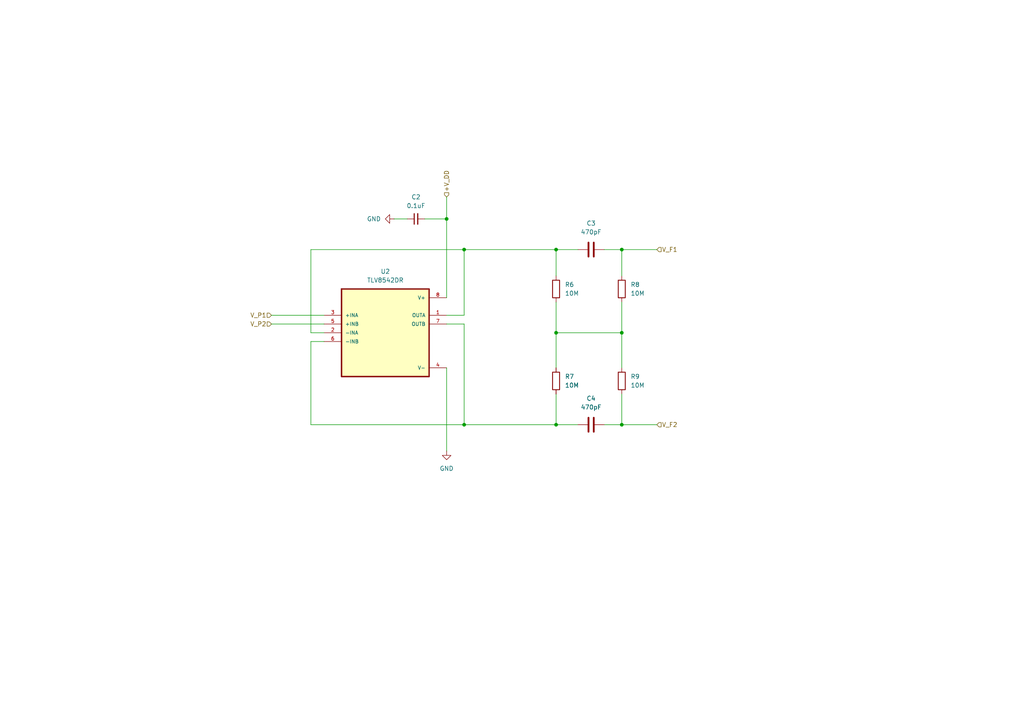
<source format=kicad_sch>
(kicad_sch
	(version 20231120)
	(generator "eeschema")
	(generator_version "8.0")
	(uuid "74b50dec-5774-4f47-b8ec-95e7576ba931")
	(paper "A4")
	(lib_symbols
		(symbol "Device:C"
			(pin_numbers hide)
			(pin_names
				(offset 0.254)
			)
			(exclude_from_sim no)
			(in_bom yes)
			(on_board yes)
			(property "Reference" "C"
				(at 0.635 2.54 0)
				(effects
					(font
						(size 1.27 1.27)
					)
					(justify left)
				)
			)
			(property "Value" "C"
				(at 0.635 -2.54 0)
				(effects
					(font
						(size 1.27 1.27)
					)
					(justify left)
				)
			)
			(property "Footprint" ""
				(at 0.9652 -3.81 0)
				(effects
					(font
						(size 1.27 1.27)
					)
					(hide yes)
				)
			)
			(property "Datasheet" "~"
				(at 0 0 0)
				(effects
					(font
						(size 1.27 1.27)
					)
					(hide yes)
				)
			)
			(property "Description" "Unpolarized capacitor"
				(at 0 0 0)
				(effects
					(font
						(size 1.27 1.27)
					)
					(hide yes)
				)
			)
			(property "ki_keywords" "cap capacitor"
				(at 0 0 0)
				(effects
					(font
						(size 1.27 1.27)
					)
					(hide yes)
				)
			)
			(property "ki_fp_filters" "C_*"
				(at 0 0 0)
				(effects
					(font
						(size 1.27 1.27)
					)
					(hide yes)
				)
			)
			(symbol "C_0_1"
				(polyline
					(pts
						(xy -2.032 -0.762) (xy 2.032 -0.762)
					)
					(stroke
						(width 0.508)
						(type default)
					)
					(fill
						(type none)
					)
				)
				(polyline
					(pts
						(xy -2.032 0.762) (xy 2.032 0.762)
					)
					(stroke
						(width 0.508)
						(type default)
					)
					(fill
						(type none)
					)
				)
			)
			(symbol "C_1_1"
				(pin passive line
					(at 0 3.81 270)
					(length 2.794)
					(name "~"
						(effects
							(font
								(size 1.27 1.27)
							)
						)
					)
					(number "1"
						(effects
							(font
								(size 1.27 1.27)
							)
						)
					)
				)
				(pin passive line
					(at 0 -3.81 90)
					(length 2.794)
					(name "~"
						(effects
							(font
								(size 1.27 1.27)
							)
						)
					)
					(number "2"
						(effects
							(font
								(size 1.27 1.27)
							)
						)
					)
				)
			)
		)
		(symbol "Device:C_Small"
			(pin_numbers hide)
			(pin_names
				(offset 0.254) hide)
			(exclude_from_sim no)
			(in_bom yes)
			(on_board yes)
			(property "Reference" "C"
				(at 0.254 1.778 0)
				(effects
					(font
						(size 1.27 1.27)
					)
					(justify left)
				)
			)
			(property "Value" "C_Small"
				(at 0.254 -2.032 0)
				(effects
					(font
						(size 1.27 1.27)
					)
					(justify left)
				)
			)
			(property "Footprint" ""
				(at 0 0 0)
				(effects
					(font
						(size 1.27 1.27)
					)
					(hide yes)
				)
			)
			(property "Datasheet" "~"
				(at 0 0 0)
				(effects
					(font
						(size 1.27 1.27)
					)
					(hide yes)
				)
			)
			(property "Description" "Unpolarized capacitor, small symbol"
				(at 0 0 0)
				(effects
					(font
						(size 1.27 1.27)
					)
					(hide yes)
				)
			)
			(property "ki_keywords" "capacitor cap"
				(at 0 0 0)
				(effects
					(font
						(size 1.27 1.27)
					)
					(hide yes)
				)
			)
			(property "ki_fp_filters" "C_*"
				(at 0 0 0)
				(effects
					(font
						(size 1.27 1.27)
					)
					(hide yes)
				)
			)
			(symbol "C_Small_0_1"
				(polyline
					(pts
						(xy -1.524 -0.508) (xy 1.524 -0.508)
					)
					(stroke
						(width 0.3302)
						(type default)
					)
					(fill
						(type none)
					)
				)
				(polyline
					(pts
						(xy -1.524 0.508) (xy 1.524 0.508)
					)
					(stroke
						(width 0.3048)
						(type default)
					)
					(fill
						(type none)
					)
				)
			)
			(symbol "C_Small_1_1"
				(pin passive line
					(at 0 2.54 270)
					(length 2.032)
					(name "~"
						(effects
							(font
								(size 1.27 1.27)
							)
						)
					)
					(number "1"
						(effects
							(font
								(size 1.27 1.27)
							)
						)
					)
				)
				(pin passive line
					(at 0 -2.54 90)
					(length 2.032)
					(name "~"
						(effects
							(font
								(size 1.27 1.27)
							)
						)
					)
					(number "2"
						(effects
							(font
								(size 1.27 1.27)
							)
						)
					)
				)
			)
		)
		(symbol "Device:R"
			(pin_numbers hide)
			(pin_names
				(offset 0)
			)
			(exclude_from_sim no)
			(in_bom yes)
			(on_board yes)
			(property "Reference" "R"
				(at 2.032 0 90)
				(effects
					(font
						(size 1.27 1.27)
					)
				)
			)
			(property "Value" "R"
				(at 0 0 90)
				(effects
					(font
						(size 1.27 1.27)
					)
				)
			)
			(property "Footprint" ""
				(at -1.778 0 90)
				(effects
					(font
						(size 1.27 1.27)
					)
					(hide yes)
				)
			)
			(property "Datasheet" "~"
				(at 0 0 0)
				(effects
					(font
						(size 1.27 1.27)
					)
					(hide yes)
				)
			)
			(property "Description" "Resistor"
				(at 0 0 0)
				(effects
					(font
						(size 1.27 1.27)
					)
					(hide yes)
				)
			)
			(property "ki_keywords" "R res resistor"
				(at 0 0 0)
				(effects
					(font
						(size 1.27 1.27)
					)
					(hide yes)
				)
			)
			(property "ki_fp_filters" "R_*"
				(at 0 0 0)
				(effects
					(font
						(size 1.27 1.27)
					)
					(hide yes)
				)
			)
			(symbol "R_0_1"
				(rectangle
					(start -1.016 -2.54)
					(end 1.016 2.54)
					(stroke
						(width 0.254)
						(type default)
					)
					(fill
						(type none)
					)
				)
			)
			(symbol "R_1_1"
				(pin passive line
					(at 0 3.81 270)
					(length 1.27)
					(name "~"
						(effects
							(font
								(size 1.27 1.27)
							)
						)
					)
					(number "1"
						(effects
							(font
								(size 1.27 1.27)
							)
						)
					)
				)
				(pin passive line
					(at 0 -3.81 90)
					(length 1.27)
					(name "~"
						(effects
							(font
								(size 1.27 1.27)
							)
						)
					)
					(number "2"
						(effects
							(font
								(size 1.27 1.27)
							)
						)
					)
				)
			)
		)
		(symbol "TLV8542DR_1"
			(pin_names
				(offset 1.016)
			)
			(exclude_from_sim no)
			(in_bom yes)
			(on_board yes)
			(property "Reference" "U"
				(at -12.7 13.7 0)
				(effects
					(font
						(size 1.27 1.27)
					)
					(justify left bottom)
				)
			)
			(property "Value" "TLV8542DR"
				(at -12.7 -16.7 0)
				(effects
					(font
						(size 1.27 1.27)
					)
					(justify left bottom)
				)
			)
			(property "Footprint" "TLV8542DR:SOIC127P599X175-8N"
				(at 0 0 0)
				(effects
					(font
						(size 1.27 1.27)
					)
					(justify bottom)
					(hide yes)
				)
			)
			(property "Datasheet" ""
				(at 0 0 0)
				(effects
					(font
						(size 1.27 1.27)
					)
					(hide yes)
				)
			)
			(property "Description" ""
				(at 0 0 0)
				(effects
					(font
						(size 1.27 1.27)
					)
					(hide yes)
				)
			)
			(property "MF" "Texas Instruments"
				(at 0 0 0)
				(effects
					(font
						(size 1.27 1.27)
					)
					(justify bottom)
					(hide yes)
				)
			)
			(property "Description_1" "\nDual, 3.6-V, 8-kHz, ultra-low quiescent current (500-nA), RRIO operational amplifier\n"
				(at 0 0 0)
				(effects
					(font
						(size 1.27 1.27)
					)
					(justify bottom)
					(hide yes)
				)
			)
			(property "Package" "SOIC-8 Texas Instruments"
				(at 0 0 0)
				(effects
					(font
						(size 1.27 1.27)
					)
					(justify bottom)
					(hide yes)
				)
			)
			(property "Price" "None"
				(at 0 0 0)
				(effects
					(font
						(size 1.27 1.27)
					)
					(justify bottom)
					(hide yes)
				)
			)
			(property "SnapEDA_Link" "https://www.snapeda.com/parts/TLV8542DR/Texas+Instruments/view-part/?ref=snap"
				(at 0 0 0)
				(effects
					(font
						(size 1.27 1.27)
					)
					(justify bottom)
					(hide yes)
				)
			)
			(property "MP" "TLV8542DR"
				(at 0 0 0)
				(effects
					(font
						(size 1.27 1.27)
					)
					(justify bottom)
					(hide yes)
				)
			)
			(property "Purchase-URL" "https://www.snapeda.com/api/url_track_click_mouser/?unipart_id=2883401&manufacturer=Texas Instruments&part_name=TLV8542DR&search_term=None"
				(at 0 0 0)
				(effects
					(font
						(size 1.27 1.27)
					)
					(justify bottom)
					(hide yes)
				)
			)
			(property "Availability" "In Stock"
				(at 0 0 0)
				(effects
					(font
						(size 1.27 1.27)
					)
					(justify bottom)
					(hide yes)
				)
			)
			(property "Check_prices" "https://www.snapeda.com/parts/TLV8542DR/Texas+Instruments/view-part/?ref=eda"
				(at 0 0 0)
				(effects
					(font
						(size 1.27 1.27)
					)
					(justify bottom)
					(hide yes)
				)
			)
			(symbol "TLV8542DR_1_0_0"
				(rectangle
					(start -12.7 -12.7)
					(end 12.7 12.7)
					(stroke
						(width 0.41)
						(type default)
					)
					(fill
						(type background)
					)
				)
				(pin output line
					(at 17.78 5.08 180)
					(length 5.08)
					(name "OUTA"
						(effects
							(font
								(size 1.016 1.016)
							)
						)
					)
					(number "1"
						(effects
							(font
								(size 1.016 1.016)
							)
						)
					)
				)
				(pin input line
					(at -17.78 0 0)
					(length 5.08)
					(name "-INA"
						(effects
							(font
								(size 1.016 1.016)
							)
						)
					)
					(number "2"
						(effects
							(font
								(size 1.016 1.016)
							)
						)
					)
				)
				(pin input line
					(at -17.78 5.08 0)
					(length 5.08)
					(name "+INA"
						(effects
							(font
								(size 1.016 1.016)
							)
						)
					)
					(number "3"
						(effects
							(font
								(size 1.016 1.016)
							)
						)
					)
				)
				(pin power_in line
					(at 17.78 -10.16 180)
					(length 5.08)
					(name "V-"
						(effects
							(font
								(size 1.016 1.016)
							)
						)
					)
					(number "4"
						(effects
							(font
								(size 1.016 1.016)
							)
						)
					)
				)
				(pin input line
					(at -17.78 2.54 0)
					(length 5.08)
					(name "+INB"
						(effects
							(font
								(size 1.016 1.016)
							)
						)
					)
					(number "5"
						(effects
							(font
								(size 1.016 1.016)
							)
						)
					)
				)
				(pin input line
					(at -17.78 -2.54 0)
					(length 5.08)
					(name "-INB"
						(effects
							(font
								(size 1.016 1.016)
							)
						)
					)
					(number "6"
						(effects
							(font
								(size 1.016 1.016)
							)
						)
					)
				)
				(pin output line
					(at 17.78 2.54 180)
					(length 5.08)
					(name "OUTB"
						(effects
							(font
								(size 1.016 1.016)
							)
						)
					)
					(number "7"
						(effects
							(font
								(size 1.016 1.016)
							)
						)
					)
				)
				(pin power_in line
					(at 17.78 10.16 180)
					(length 5.08)
					(name "V+"
						(effects
							(font
								(size 1.016 1.016)
							)
						)
					)
					(number "8"
						(effects
							(font
								(size 1.016 1.016)
							)
						)
					)
				)
			)
		)
		(symbol "power:GND"
			(power)
			(pin_numbers hide)
			(pin_names
				(offset 0) hide)
			(exclude_from_sim no)
			(in_bom yes)
			(on_board yes)
			(property "Reference" "#PWR"
				(at 0 -6.35 0)
				(effects
					(font
						(size 1.27 1.27)
					)
					(hide yes)
				)
			)
			(property "Value" "GND"
				(at 0 -3.81 0)
				(effects
					(font
						(size 1.27 1.27)
					)
				)
			)
			(property "Footprint" ""
				(at 0 0 0)
				(effects
					(font
						(size 1.27 1.27)
					)
					(hide yes)
				)
			)
			(property "Datasheet" ""
				(at 0 0 0)
				(effects
					(font
						(size 1.27 1.27)
					)
					(hide yes)
				)
			)
			(property "Description" "Power symbol creates a global label with name \"GND\" , ground"
				(at 0 0 0)
				(effects
					(font
						(size 1.27 1.27)
					)
					(hide yes)
				)
			)
			(property "ki_keywords" "global power"
				(at 0 0 0)
				(effects
					(font
						(size 1.27 1.27)
					)
					(hide yes)
				)
			)
			(symbol "GND_0_1"
				(polyline
					(pts
						(xy 0 0) (xy 0 -1.27) (xy 1.27 -1.27) (xy 0 -2.54) (xy -1.27 -1.27) (xy 0 -1.27)
					)
					(stroke
						(width 0)
						(type default)
					)
					(fill
						(type none)
					)
				)
			)
			(symbol "GND_1_1"
				(pin power_in line
					(at 0 0 270)
					(length 0)
					(name "~"
						(effects
							(font
								(size 1.27 1.27)
							)
						)
					)
					(number "1"
						(effects
							(font
								(size 1.27 1.27)
							)
						)
					)
				)
			)
		)
	)
	(junction
		(at 161.29 72.39)
		(diameter 0)
		(color 0 0 0 0)
		(uuid "20473521-f96e-4df8-aced-65f0d5939cbd")
	)
	(junction
		(at 134.62 123.19)
		(diameter 0)
		(color 0 0 0 0)
		(uuid "56abfcf1-38c5-4eb9-bdd7-99930d2b89b0")
	)
	(junction
		(at 134.62 72.39)
		(diameter 0)
		(color 0 0 0 0)
		(uuid "5a0fa77d-3baf-42f1-b16a-8a814c68a489")
	)
	(junction
		(at 161.29 123.19)
		(diameter 0)
		(color 0 0 0 0)
		(uuid "8b26af84-c061-4523-9eca-882fb1636d4c")
	)
	(junction
		(at 180.34 123.19)
		(diameter 0)
		(color 0 0 0 0)
		(uuid "8ff193c8-1f33-4e14-9037-1321da776383")
	)
	(junction
		(at 180.34 72.39)
		(diameter 0)
		(color 0 0 0 0)
		(uuid "ae5cabdf-35c1-47bf-a112-452db19581a2")
	)
	(junction
		(at 129.54 63.5)
		(diameter 0)
		(color 0 0 0 0)
		(uuid "afa0ecca-3600-4102-80df-28ec53cb45b7")
	)
	(junction
		(at 161.29 96.52)
		(diameter 0)
		(color 0 0 0 0)
		(uuid "bedb8feb-c4f6-4ad1-a622-f6b5b926b69c")
	)
	(junction
		(at 180.34 96.52)
		(diameter 0)
		(color 0 0 0 0)
		(uuid "f97489eb-5c81-4297-954d-6206bb2f04c1")
	)
	(wire
		(pts
			(xy 129.54 93.98) (xy 134.62 93.98)
		)
		(stroke
			(width 0)
			(type default)
		)
		(uuid "003f64fd-6173-48a7-a1f8-a1e8df2cff57")
	)
	(wire
		(pts
			(xy 129.54 63.5) (xy 129.54 86.36)
		)
		(stroke
			(width 0)
			(type default)
		)
		(uuid "0dad9888-a898-4a8a-9aaa-52b58f6a0b71")
	)
	(wire
		(pts
			(xy 118.11 63.5) (xy 114.3 63.5)
		)
		(stroke
			(width 0)
			(type default)
		)
		(uuid "12bd9493-56a4-4686-9663-dff32db7f421")
	)
	(wire
		(pts
			(xy 167.64 72.39) (xy 161.29 72.39)
		)
		(stroke
			(width 0)
			(type default)
		)
		(uuid "15bdf58b-fe91-4ba6-9608-06d91ee41abc")
	)
	(wire
		(pts
			(xy 90.17 72.39) (xy 90.17 96.52)
		)
		(stroke
			(width 0)
			(type default)
		)
		(uuid "30f6e8f4-35cd-4ec3-a301-953152035758")
	)
	(wire
		(pts
			(xy 180.34 114.3) (xy 180.34 123.19)
		)
		(stroke
			(width 0)
			(type default)
		)
		(uuid "31000ead-7708-457b-bc47-ef65bf31156b")
	)
	(wire
		(pts
			(xy 129.54 91.44) (xy 134.62 91.44)
		)
		(stroke
			(width 0)
			(type default)
		)
		(uuid "317f47e0-45a7-490a-85c5-728fd08f7438")
	)
	(wire
		(pts
			(xy 134.62 72.39) (xy 161.29 72.39)
		)
		(stroke
			(width 0)
			(type default)
		)
		(uuid "5b7e2b05-fb9b-40dd-ad31-e26b556278b9")
	)
	(wire
		(pts
			(xy 161.29 96.52) (xy 180.34 96.52)
		)
		(stroke
			(width 0)
			(type default)
		)
		(uuid "5cb867a6-d696-4e29-ac05-92fc72a87399")
	)
	(wire
		(pts
			(xy 90.17 96.52) (xy 93.98 96.52)
		)
		(stroke
			(width 0)
			(type default)
		)
		(uuid "642efbcf-28e5-4570-b18c-0161288b69c4")
	)
	(wire
		(pts
			(xy 161.29 72.39) (xy 161.29 80.01)
		)
		(stroke
			(width 0)
			(type default)
		)
		(uuid "6b311d3a-08fb-4c53-91d7-c53c7839f90a")
	)
	(wire
		(pts
			(xy 180.34 72.39) (xy 180.34 80.01)
		)
		(stroke
			(width 0)
			(type default)
		)
		(uuid "6d8e43f2-c986-4c0f-8c9e-d06549e0b6c5")
	)
	(wire
		(pts
			(xy 134.62 123.19) (xy 161.29 123.19)
		)
		(stroke
			(width 0)
			(type default)
		)
		(uuid "894f5923-20ba-4f30-a2d8-17df56d9ba6b")
	)
	(wire
		(pts
			(xy 161.29 87.63) (xy 161.29 96.52)
		)
		(stroke
			(width 0)
			(type default)
		)
		(uuid "911122b6-b3c9-428a-861b-6ce3a2424f0c")
	)
	(wire
		(pts
			(xy 78.74 93.98) (xy 93.98 93.98)
		)
		(stroke
			(width 0)
			(type default)
		)
		(uuid "94ef146c-2ada-40ad-9c17-801ca9800f98")
	)
	(wire
		(pts
			(xy 90.17 123.19) (xy 134.62 123.19)
		)
		(stroke
			(width 0)
			(type default)
		)
		(uuid "976ee90b-5734-4f8a-a89a-2517fbe0f149")
	)
	(wire
		(pts
			(xy 123.19 63.5) (xy 129.54 63.5)
		)
		(stroke
			(width 0)
			(type default)
		)
		(uuid "a6aae80d-cebc-4c2c-8191-5c4380ef4500")
	)
	(wire
		(pts
			(xy 180.34 96.52) (xy 180.34 106.68)
		)
		(stroke
			(width 0)
			(type default)
		)
		(uuid "aface48d-97b1-4ec0-a6ac-c94aa26ab32d")
	)
	(wire
		(pts
			(xy 161.29 96.52) (xy 161.29 106.68)
		)
		(stroke
			(width 0)
			(type default)
		)
		(uuid "b23bc2d1-c7a5-4a2d-b9dc-500c34134c36")
	)
	(wire
		(pts
			(xy 134.62 72.39) (xy 90.17 72.39)
		)
		(stroke
			(width 0)
			(type default)
		)
		(uuid "b38fc607-bbee-480d-8d48-b942808dac1e")
	)
	(wire
		(pts
			(xy 175.26 72.39) (xy 180.34 72.39)
		)
		(stroke
			(width 0)
			(type default)
		)
		(uuid "b5927bbd-39c6-466d-b41c-9f8f5cefacd3")
	)
	(wire
		(pts
			(xy 134.62 93.98) (xy 134.62 123.19)
		)
		(stroke
			(width 0)
			(type default)
		)
		(uuid "b830b684-8ea2-46ed-9b12-ff7959d7e30b")
	)
	(wire
		(pts
			(xy 129.54 106.68) (xy 129.54 130.81)
		)
		(stroke
			(width 0)
			(type default)
		)
		(uuid "b8c7c6a6-a760-47a8-a290-f77b843dd935")
	)
	(wire
		(pts
			(xy 90.17 99.06) (xy 93.98 99.06)
		)
		(stroke
			(width 0)
			(type default)
		)
		(uuid "b904efa9-9179-42be-9ddf-57b61600baaa")
	)
	(wire
		(pts
			(xy 134.62 72.39) (xy 134.62 91.44)
		)
		(stroke
			(width 0)
			(type default)
		)
		(uuid "b90fe041-66f4-439e-a5ca-8adeba388be4")
	)
	(wire
		(pts
			(xy 180.34 123.19) (xy 190.5 123.19)
		)
		(stroke
			(width 0)
			(type default)
		)
		(uuid "d6d85703-ede3-4d68-82da-e914fd3097c9")
	)
	(wire
		(pts
			(xy 78.74 91.44) (xy 93.98 91.44)
		)
		(stroke
			(width 0)
			(type default)
		)
		(uuid "d7677c2d-11b7-4f6d-b60c-e0892c92b8df")
	)
	(wire
		(pts
			(xy 175.26 123.19) (xy 180.34 123.19)
		)
		(stroke
			(width 0)
			(type default)
		)
		(uuid "d975efa5-bb81-4b8b-8bac-86ad485ae089")
	)
	(wire
		(pts
			(xy 129.54 57.15) (xy 129.54 63.5)
		)
		(stroke
			(width 0)
			(type default)
		)
		(uuid "df5c5f99-0f1e-49fd-9ded-22e34c682a78")
	)
	(wire
		(pts
			(xy 180.34 87.63) (xy 180.34 96.52)
		)
		(stroke
			(width 0)
			(type default)
		)
		(uuid "dfd3f25f-2455-4665-8e14-6c455f043152")
	)
	(wire
		(pts
			(xy 90.17 123.19) (xy 90.17 99.06)
		)
		(stroke
			(width 0)
			(type default)
		)
		(uuid "e15ad0e1-879f-4d66-bcce-6eb263b1e3d2")
	)
	(wire
		(pts
			(xy 161.29 114.3) (xy 161.29 123.19)
		)
		(stroke
			(width 0)
			(type default)
		)
		(uuid "eb5873c6-4b51-4584-acde-48c2abd8ae34")
	)
	(wire
		(pts
			(xy 180.34 72.39) (xy 190.5 72.39)
		)
		(stroke
			(width 0)
			(type default)
		)
		(uuid "fd8b6bfa-5b5b-43a9-a36e-b0b4243e70ca")
	)
	(wire
		(pts
			(xy 161.29 123.19) (xy 167.64 123.19)
		)
		(stroke
			(width 0)
			(type default)
		)
		(uuid "fda26397-095a-4eba-a25d-b63cadcad6f6")
	)
	(hierarchical_label "V_P2"
		(shape input)
		(at 78.74 93.98 180)
		(fields_autoplaced yes)
		(effects
			(font
				(size 1.27 1.27)
			)
			(justify right)
		)
		(uuid "010e350f-ffa8-4b23-83f8-e3397f05e539")
	)
	(hierarchical_label "+V_DD"
		(shape input)
		(at 129.54 57.15 90)
		(fields_autoplaced yes)
		(effects
			(font
				(size 1.27 1.27)
			)
			(justify left)
		)
		(uuid "71df3837-c6c0-408f-9937-4a8943376479")
	)
	(hierarchical_label "V_F2"
		(shape input)
		(at 190.5 123.19 0)
		(fields_autoplaced yes)
		(effects
			(font
				(size 1.27 1.27)
			)
			(justify left)
		)
		(uuid "b8fde514-0310-4a1f-92a4-ad0c6eb38bee")
	)
	(hierarchical_label "V_P1"
		(shape input)
		(at 78.74 91.44 180)
		(fields_autoplaced yes)
		(effects
			(font
				(size 1.27 1.27)
			)
			(justify right)
		)
		(uuid "badb577c-266a-4d24-ae8c-98b743c69f28")
	)
	(hierarchical_label "V_F1"
		(shape input)
		(at 190.5 72.39 0)
		(fields_autoplaced yes)
		(effects
			(font
				(size 1.27 1.27)
			)
			(justify left)
		)
		(uuid "c50dc036-7ad7-4b16-9a16-c6774aac2037")
	)
	(symbol
		(lib_id "Device:C_Small")
		(at 120.65 63.5 90)
		(unit 1)
		(exclude_from_sim no)
		(in_bom yes)
		(on_board yes)
		(dnp no)
		(fields_autoplaced yes)
		(uuid "0af31866-b0f6-4f00-9585-53cf261babfa")
		(property "Reference" "C2"
			(at 120.6563 57.15 90)
			(effects
				(font
					(size 1.27 1.27)
				)
			)
		)
		(property "Value" "0.1uF"
			(at 120.6563 59.69 90)
			(effects
				(font
					(size 1.27 1.27)
				)
			)
		)
		(property "Footprint" "Capacitor_SMD:C_0402_1005Metric"
			(at 120.65 63.5 0)
			(effects
				(font
					(size 1.27 1.27)
				)
				(hide yes)
			)
		)
		(property "Datasheet" "~"
			(at 120.65 63.5 0)
			(effects
				(font
					(size 1.27 1.27)
				)
				(hide yes)
			)
		)
		(property "Description" "Unpolarized capacitor, small symbol"
			(at 120.65 63.5 0)
			(effects
				(font
					(size 1.27 1.27)
				)
				(hide yes)
			)
		)
		(pin "2"
			(uuid "64707db8-48f8-44d9-a45c-1c6ea1968f75")
		)
		(pin "1"
			(uuid "13a33e83-bb9d-400c-b057-dfc00380b84c")
		)
		(instances
			(project "SigAcqModule_TwoSided"
				(path "/35a76d6a-a0c5-4989-a335-ebbff193f82f/1592d112-a21f-4c86-8d6b-59c9e2cb8ed5/75f838fc-2121-4a46-ad40-a9113ad5c7ea"
					(reference "C2")
					(unit 1)
				)
			)
		)
	)
	(symbol
		(lib_id "Device:R")
		(at 161.29 110.49 0)
		(unit 1)
		(exclude_from_sim no)
		(in_bom yes)
		(on_board yes)
		(dnp no)
		(uuid "0c30ecad-a038-42ed-84c5-33c313422524")
		(property "Reference" "R7"
			(at 163.83 109.2199 0)
			(effects
				(font
					(size 1.27 1.27)
				)
				(justify left)
			)
		)
		(property "Value" "10M"
			(at 163.83 111.7599 0)
			(effects
				(font
					(size 1.27 1.27)
				)
				(justify left)
			)
		)
		(property "Footprint" "Resistor_SMD:R_0402_1005Metric"
			(at 159.512 110.49 90)
			(effects
				(font
					(size 1.27 1.27)
				)
				(hide yes)
			)
		)
		(property "Datasheet" "~"
			(at 161.29 110.49 0)
			(effects
				(font
					(size 1.27 1.27)
				)
				(hide yes)
			)
		)
		(property "Description" "Resistor"
			(at 161.29 110.49 0)
			(effects
				(font
					(size 1.27 1.27)
				)
				(hide yes)
			)
		)
		(pin "2"
			(uuid "b30ac06e-eeac-4d12-9a89-f4e4217dd4e4")
		)
		(pin "1"
			(uuid "afc92766-dbd9-4c97-9635-7301310d398f")
		)
		(instances
			(project "SigAcqModule_TwoSided"
				(path "/35a76d6a-a0c5-4989-a335-ebbff193f82f/1592d112-a21f-4c86-8d6b-59c9e2cb8ed5/75f838fc-2121-4a46-ad40-a9113ad5c7ea"
					(reference "R7")
					(unit 1)
				)
			)
		)
	)
	(symbol
		(lib_id "Device:C")
		(at 171.45 123.19 90)
		(unit 1)
		(exclude_from_sim no)
		(in_bom yes)
		(on_board yes)
		(dnp no)
		(fields_autoplaced yes)
		(uuid "4ee02d70-2354-4c71-a27f-fd7ff2ab752c")
		(property "Reference" "C4"
			(at 171.45 115.57 90)
			(effects
				(font
					(size 1.27 1.27)
				)
			)
		)
		(property "Value" "470pF"
			(at 171.45 118.11 90)
			(effects
				(font
					(size 1.27 1.27)
				)
			)
		)
		(property "Footprint" "Capacitor_SMD:C_0603_1608Metric"
			(at 175.26 122.2248 0)
			(effects
				(font
					(size 1.27 1.27)
				)
				(hide yes)
			)
		)
		(property "Datasheet" "~"
			(at 171.45 123.19 0)
			(effects
				(font
					(size 1.27 1.27)
				)
				(hide yes)
			)
		)
		(property "Description" "Unpolarized capacitor"
			(at 171.45 123.19 0)
			(effects
				(font
					(size 1.27 1.27)
				)
				(hide yes)
			)
		)
		(pin "1"
			(uuid "7af4d12a-18e7-4666-9a72-edc7858c61a1")
		)
		(pin "2"
			(uuid "04e75e70-e8b0-4f0d-aa51-c09033ad7ea0")
		)
		(instances
			(project "SigAcqModule_TwoSided"
				(path "/35a76d6a-a0c5-4989-a335-ebbff193f82f/1592d112-a21f-4c86-8d6b-59c9e2cb8ed5/75f838fc-2121-4a46-ad40-a9113ad5c7ea"
					(reference "C4")
					(unit 1)
				)
			)
		)
	)
	(symbol
		(lib_id "power:GND")
		(at 129.54 130.81 0)
		(unit 1)
		(exclude_from_sim no)
		(in_bom yes)
		(on_board yes)
		(dnp no)
		(fields_autoplaced yes)
		(uuid "5cf766ea-3d38-4111-a4e8-27c292d71449")
		(property "Reference" "#PWR011"
			(at 129.54 137.16 0)
			(effects
				(font
					(size 1.27 1.27)
				)
				(hide yes)
			)
		)
		(property "Value" "GND"
			(at 129.54 135.89 0)
			(effects
				(font
					(size 1.27 1.27)
				)
			)
		)
		(property "Footprint" ""
			(at 129.54 130.81 0)
			(effects
				(font
					(size 1.27 1.27)
				)
				(hide yes)
			)
		)
		(property "Datasheet" ""
			(at 129.54 130.81 0)
			(effects
				(font
					(size 1.27 1.27)
				)
				(hide yes)
			)
		)
		(property "Description" "Power symbol creates a global label with name \"GND\" , ground"
			(at 129.54 130.81 0)
			(effects
				(font
					(size 1.27 1.27)
				)
				(hide yes)
			)
		)
		(pin "1"
			(uuid "4ec58474-e032-4555-94d2-91d69425fccb")
		)
		(instances
			(project "SigAcqModule_TwoSided"
				(path "/35a76d6a-a0c5-4989-a335-ebbff193f82f/1592d112-a21f-4c86-8d6b-59c9e2cb8ed5/75f838fc-2121-4a46-ad40-a9113ad5c7ea"
					(reference "#PWR011")
					(unit 1)
				)
			)
		)
	)
	(symbol
		(lib_id "Device:R")
		(at 161.29 83.82 0)
		(unit 1)
		(exclude_from_sim no)
		(in_bom yes)
		(on_board yes)
		(dnp no)
		(uuid "68be8a2e-77fc-4f66-b1a0-33a97b97faf8")
		(property "Reference" "R6"
			(at 163.83 82.5499 0)
			(effects
				(font
					(size 1.27 1.27)
				)
				(justify left)
			)
		)
		(property "Value" "10M"
			(at 163.83 85.0899 0)
			(effects
				(font
					(size 1.27 1.27)
				)
				(justify left)
			)
		)
		(property "Footprint" "Resistor_SMD:R_0402_1005Metric"
			(at 159.512 83.82 90)
			(effects
				(font
					(size 1.27 1.27)
				)
				(hide yes)
			)
		)
		(property "Datasheet" "~"
			(at 161.29 83.82 0)
			(effects
				(font
					(size 1.27 1.27)
				)
				(hide yes)
			)
		)
		(property "Description" "Resistor"
			(at 161.29 83.82 0)
			(effects
				(font
					(size 1.27 1.27)
				)
				(hide yes)
			)
		)
		(pin "2"
			(uuid "cf5c8667-1da7-49d1-912e-cbe5b36fc332")
		)
		(pin "1"
			(uuid "4b6fff3b-940d-4d7c-ada7-bf2853078c1c")
		)
		(instances
			(project "SigAcqModule_TwoSided"
				(path "/35a76d6a-a0c5-4989-a335-ebbff193f82f/1592d112-a21f-4c86-8d6b-59c9e2cb8ed5/75f838fc-2121-4a46-ad40-a9113ad5c7ea"
					(reference "R6")
					(unit 1)
				)
			)
		)
	)
	(symbol
		(lib_name "TLV8542DR_1")
		(lib_id "TLV8542DR:TLV8542DR")
		(at 111.76 96.52 0)
		(unit 1)
		(exclude_from_sim no)
		(in_bom yes)
		(on_board yes)
		(dnp no)
		(fields_autoplaced yes)
		(uuid "7b2537dc-cf16-465d-8f01-9329cc7e1579")
		(property "Reference" "U2"
			(at 111.76 78.74 0)
			(effects
				(font
					(size 1.27 1.27)
				)
			)
		)
		(property "Value" "TLV8542DR"
			(at 111.76 81.28 0)
			(effects
				(font
					(size 1.27 1.27)
				)
			)
		)
		(property "Footprint" "TLV8542DR:SOIC127P599X175-8N"
			(at 111.76 96.52 0)
			(effects
				(font
					(size 1.27 1.27)
				)
				(justify bottom)
				(hide yes)
			)
		)
		(property "Datasheet" ""
			(at 111.76 96.52 0)
			(effects
				(font
					(size 1.27 1.27)
				)
				(hide yes)
			)
		)
		(property "Description" ""
			(at 111.76 96.52 0)
			(effects
				(font
					(size 1.27 1.27)
				)
				(hide yes)
			)
		)
		(property "MF" "Texas Instruments"
			(at 111.76 96.52 0)
			(effects
				(font
					(size 1.27 1.27)
				)
				(justify bottom)
				(hide yes)
			)
		)
		(property "Description_1" "\nDual, 3.6-V, 8-kHz, ultra-low quiescent current (500-nA), RRIO operational amplifier\n"
			(at 111.76 96.52 0)
			(effects
				(font
					(size 1.27 1.27)
				)
				(justify bottom)
				(hide yes)
			)
		)
		(property "Package" "SOIC-8 Texas Instruments"
			(at 111.76 96.52 0)
			(effects
				(font
					(size 1.27 1.27)
				)
				(justify bottom)
				(hide yes)
			)
		)
		(property "Price" "None"
			(at 111.76 96.52 0)
			(effects
				(font
					(size 1.27 1.27)
				)
				(justify bottom)
				(hide yes)
			)
		)
		(property "SnapEDA_Link" "https://www.snapeda.com/parts/TLV8542DR/Texas+Instruments/view-part/?ref=snap"
			(at 111.76 96.52 0)
			(effects
				(font
					(size 1.27 1.27)
				)
				(justify bottom)
				(hide yes)
			)
		)
		(property "MP" "TLV8542DR"
			(at 111.76 96.52 0)
			(effects
				(font
					(size 1.27 1.27)
				)
				(justify bottom)
				(hide yes)
			)
		)
		(property "Purchase-URL" "https://www.snapeda.com/api/url_track_click_mouser/?unipart_id=2883401&manufacturer=Texas Instruments&part_name=TLV8542DR&search_term=None"
			(at 111.76 96.52 0)
			(effects
				(font
					(size 1.27 1.27)
				)
				(justify bottom)
				(hide yes)
			)
		)
		(property "Availability" "In Stock"
			(at 111.76 96.52 0)
			(effects
				(font
					(size 1.27 1.27)
				)
				(justify bottom)
				(hide yes)
			)
		)
		(property "Check_prices" "https://www.snapeda.com/parts/TLV8542DR/Texas+Instruments/view-part/?ref=eda"
			(at 111.76 96.52 0)
			(effects
				(font
					(size 1.27 1.27)
				)
				(justify bottom)
				(hide yes)
			)
		)
		(pin "7"
			(uuid "d58f2795-6c9e-4513-96d1-7fc12c0e27de")
		)
		(pin "1"
			(uuid "68f2989d-8623-47f7-8c0e-1bf75411d70f")
		)
		(pin "8"
			(uuid "e2bca29b-939d-41b4-9f2d-4ab0b7befcf4")
		)
		(pin "5"
			(uuid "b502ccb1-65b2-4552-960e-8e82433345e5")
		)
		(pin "6"
			(uuid "8d734ff5-9eab-4585-b197-9e1910764259")
		)
		(pin "2"
			(uuid "e46fc337-16d6-4d51-8916-edc5ef8cd2dc")
		)
		(pin "4"
			(uuid "19f58d84-578a-4495-90f4-de43d107df36")
		)
		(pin "3"
			(uuid "50948007-e6b4-4b39-be0a-4872e3b23590")
		)
		(instances
			(project "SigAcqModule_TwoSided"
				(path "/35a76d6a-a0c5-4989-a335-ebbff193f82f/1592d112-a21f-4c86-8d6b-59c9e2cb8ed5/75f838fc-2121-4a46-ad40-a9113ad5c7ea"
					(reference "U2")
					(unit 1)
				)
			)
		)
	)
	(symbol
		(lib_id "Device:R")
		(at 180.34 110.49 0)
		(unit 1)
		(exclude_from_sim no)
		(in_bom yes)
		(on_board yes)
		(dnp no)
		(fields_autoplaced yes)
		(uuid "862e0ba2-bf39-4bc0-9166-2344d8fb53a6")
		(property "Reference" "R9"
			(at 182.88 109.2199 0)
			(effects
				(font
					(size 1.27 1.27)
				)
				(justify left)
			)
		)
		(property "Value" "10M"
			(at 182.88 111.7599 0)
			(effects
				(font
					(size 1.27 1.27)
				)
				(justify left)
			)
		)
		(property "Footprint" "Resistor_SMD:R_0402_1005Metric"
			(at 178.562 110.49 90)
			(effects
				(font
					(size 1.27 1.27)
				)
				(hide yes)
			)
		)
		(property "Datasheet" "~"
			(at 180.34 110.49 0)
			(effects
				(font
					(size 1.27 1.27)
				)
				(hide yes)
			)
		)
		(property "Description" "Resistor"
			(at 180.34 110.49 0)
			(effects
				(font
					(size 1.27 1.27)
				)
				(hide yes)
			)
		)
		(pin "2"
			(uuid "87535937-0264-49fe-b44b-0603ff417df8")
		)
		(pin "1"
			(uuid "c40e7e07-584f-4f29-838d-b1f36e15de28")
		)
		(instances
			(project "SigAcqModule_TwoSided"
				(path "/35a76d6a-a0c5-4989-a335-ebbff193f82f/1592d112-a21f-4c86-8d6b-59c9e2cb8ed5/75f838fc-2121-4a46-ad40-a9113ad5c7ea"
					(reference "R9")
					(unit 1)
				)
			)
		)
	)
	(symbol
		(lib_id "Device:C")
		(at 171.45 72.39 90)
		(unit 1)
		(exclude_from_sim no)
		(in_bom yes)
		(on_board yes)
		(dnp no)
		(fields_autoplaced yes)
		(uuid "9dc9873f-ce3d-446b-a769-4803fc4c348a")
		(property "Reference" "C3"
			(at 171.45 64.77 90)
			(effects
				(font
					(size 1.27 1.27)
				)
			)
		)
		(property "Value" "470pF"
			(at 171.45 67.31 90)
			(effects
				(font
					(size 1.27 1.27)
				)
			)
		)
		(property "Footprint" "Capacitor_SMD:C_0603_1608Metric"
			(at 175.26 71.4248 0)
			(effects
				(font
					(size 1.27 1.27)
				)
				(hide yes)
			)
		)
		(property "Datasheet" "~"
			(at 171.45 72.39 0)
			(effects
				(font
					(size 1.27 1.27)
				)
				(hide yes)
			)
		)
		(property "Description" "Unpolarized capacitor"
			(at 171.45 72.39 0)
			(effects
				(font
					(size 1.27 1.27)
				)
				(hide yes)
			)
		)
		(pin "1"
			(uuid "458378d5-17c0-45e4-b55d-a025c1da7d7a")
		)
		(pin "2"
			(uuid "98f59075-8772-43d2-8242-c3a1fbe8f3df")
		)
		(instances
			(project "SigAcqModule_TwoSided"
				(path "/35a76d6a-a0c5-4989-a335-ebbff193f82f/1592d112-a21f-4c86-8d6b-59c9e2cb8ed5/75f838fc-2121-4a46-ad40-a9113ad5c7ea"
					(reference "C3")
					(unit 1)
				)
			)
		)
	)
	(symbol
		(lib_id "power:GND")
		(at 114.3 63.5 270)
		(unit 1)
		(exclude_from_sim no)
		(in_bom yes)
		(on_board yes)
		(dnp no)
		(fields_autoplaced yes)
		(uuid "bc39392a-9edc-4824-93af-6e9afb59114d")
		(property "Reference" "#PWR010"
			(at 107.95 63.5 0)
			(effects
				(font
					(size 1.27 1.27)
				)
				(hide yes)
			)
		)
		(property "Value" "GND"
			(at 110.49 63.4999 90)
			(effects
				(font
					(size 1.27 1.27)
				)
				(justify right)
			)
		)
		(property "Footprint" ""
			(at 114.3 63.5 0)
			(effects
				(font
					(size 1.27 1.27)
				)
				(hide yes)
			)
		)
		(property "Datasheet" ""
			(at 114.3 63.5 0)
			(effects
				(font
					(size 1.27 1.27)
				)
				(hide yes)
			)
		)
		(property "Description" "Power symbol creates a global label with name \"GND\" , ground"
			(at 114.3 63.5 0)
			(effects
				(font
					(size 1.27 1.27)
				)
				(hide yes)
			)
		)
		(pin "1"
			(uuid "251c193f-5a7b-4e02-9a46-f3d93bdccc84")
		)
		(instances
			(project "SigAcqModule_TwoSided"
				(path "/35a76d6a-a0c5-4989-a335-ebbff193f82f/1592d112-a21f-4c86-8d6b-59c9e2cb8ed5/75f838fc-2121-4a46-ad40-a9113ad5c7ea"
					(reference "#PWR010")
					(unit 1)
				)
			)
		)
	)
	(symbol
		(lib_id "Device:R")
		(at 180.34 83.82 0)
		(unit 1)
		(exclude_from_sim no)
		(in_bom yes)
		(on_board yes)
		(dnp no)
		(fields_autoplaced yes)
		(uuid "ead9c501-0ada-4623-a06e-6a6c9e6a23cb")
		(property "Reference" "R8"
			(at 182.88 82.5499 0)
			(effects
				(font
					(size 1.27 1.27)
				)
				(justify left)
			)
		)
		(property "Value" "10M"
			(at 182.88 85.0899 0)
			(effects
				(font
					(size 1.27 1.27)
				)
				(justify left)
			)
		)
		(property "Footprint" "Resistor_SMD:R_0402_1005Metric"
			(at 178.562 83.82 90)
			(effects
				(font
					(size 1.27 1.27)
				)
				(hide yes)
			)
		)
		(property "Datasheet" "~"
			(at 180.34 83.82 0)
			(effects
				(font
					(size 1.27 1.27)
				)
				(hide yes)
			)
		)
		(property "Description" "Resistor"
			(at 180.34 83.82 0)
			(effects
				(font
					(size 1.27 1.27)
				)
				(hide yes)
			)
		)
		(pin "2"
			(uuid "6322cbab-6807-41b4-bf68-b6f8dab08ac7")
		)
		(pin "1"
			(uuid "054f40c3-5c2f-48eb-910a-4f9a03be7729")
		)
		(instances
			(project "SigAcqModule_TwoSided"
				(path "/35a76d6a-a0c5-4989-a335-ebbff193f82f/1592d112-a21f-4c86-8d6b-59c9e2cb8ed5/75f838fc-2121-4a46-ad40-a9113ad5c7ea"
					(reference "R8")
					(unit 1)
				)
			)
		)
	)
)

</source>
